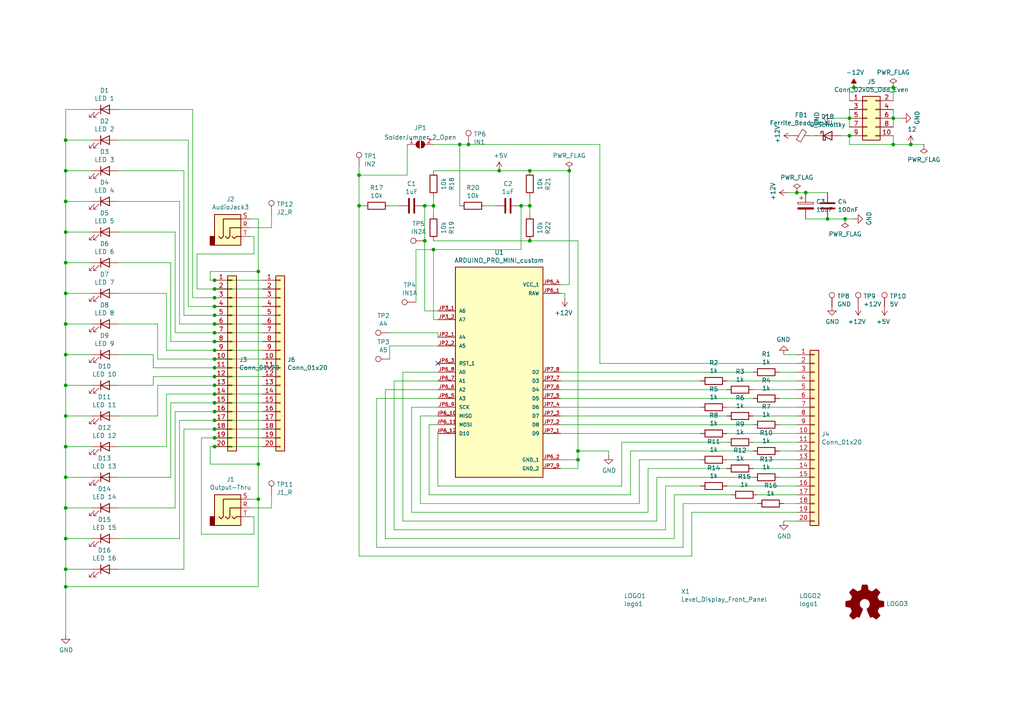
<source format=kicad_sch>
(kicad_sch (version 20211123) (generator eeschema)
  (paper "A4")
  (title_block (title "Level Display") (date "2022-02-06") (rev "2.0"))
  (lib_symbols
    (symbol "ArduinoProMini:ARDUINO_PRO_MINI_custom" (pin_names (offset 1.016))
      (property "Reference" "U" (at -12.7 31.75 0))
      (property "Value" "ARDUINO_PRO_MINI_custom" (at -12.7 -33.02 0))
      (symbol "ARDUINO_PRO_MINI_custom_0_0"
        (pin bidirectional line (at -17.78 10.16 0) (length 5.08) (name "A4") (number "JP2_1"))
        (pin bidirectional line (at -17.78 7.62 0) (length 5.08) (name "A5") (number "JP2_2"))
        (pin input line (at -17.78 17.78 0) (length 5.08) (name "A6") (number "JP3_1"))
        (pin input line (at -17.78 15.24 0) (length 5.08) (name "A7") (number "JP3_2"))
        (pin power_in line (at 17.78 22.86 180) (length 5.08) (name "RAW") (number "JP6_1"))
        (pin bidirectional line (at -17.78 -12.7 0) (length 5.08) (name "MISO") (number "JP6_10"))
        (pin bidirectional line (at -17.78 -15.24 0) (length 5.08) (name "MOSI") (number "JP6_11"))
        (pin bidirectional line (at -17.78 -17.78 0) (length 5.08) (name "D10") (number "JP6_12"))
        (pin power_in line (at 17.78 -25.4 180) (length 5.08) (name "GND_1") (number "JP6_2"))
        (pin input line (at -17.78 2.54 0) (length 5.08) (name "RST_1") (number "JP6_3"))
        (pin power_in line (at 17.78 25.4 180) (length 5.08) (name "VCC_1") (number "JP6_4"))
        (pin bidirectional line (at -17.78 -7.62 0) (length 5.08) (name "A3") (number "JP6_5"))
        (pin bidirectional line (at -17.78 -5.08 0) (length 5.08) (name "A2") (number "JP6_6"))
        (pin bidirectional line (at -17.78 -2.54 0) (length 5.08) (name "A1") (number "JP6_7"))
        (pin bidirectional line (at -17.78 0 0) (length 5.08) (name "A0") (number "JP6_8"))
        (pin bidirectional line (at -17.78 -10.16 0) (length 5.08) (name "SCK") (number "JP6_9"))
        (pin bidirectional line (at 17.78 -17.78 180) (length 5.08) (name "D9") (number "JP7_1"))
        (pin bidirectional line (at 17.78 -15.24 180) (length 5.08) (name "D8") (number "JP7_2"))
        (pin bidirectional line (at 17.78 -12.7 180) (length 5.08) (name "D7") (number "JP7_3"))
        (pin bidirectional line (at 17.78 -10.16 180) (length 5.08) (name "D6") (number "JP7_4"))
        (pin bidirectional line (at 17.78 -7.62 180) (length 5.08) (name "D5") (number "JP7_5"))
        (pin bidirectional line (at 17.78 -5.08 180) (length 5.08) (name "D4") (number "JP7_6"))
        (pin bidirectional line (at 17.78 -2.54 180) (length 5.08) (name "D3") (number "JP7_7"))
        (pin bidirectional line (at 17.78 0 180) (length 5.08) (name "D2") (number "JP7_8"))
        (pin power_in line (at 17.78 -27.94 180) (length 5.08) (name "GND_2") (number "JP7_9"))
      )
    )
    (symbol "Connector:AudioJack3"
      (property "Reference" "J" (at 0 8.89 0))
      (property "Value" "AudioJack3" (at 0 6.35 0))
      (symbol "AudioJack3_1_1"
        (pin passive line (at 5.08 0 180) (length 2.54) (name "~") (number "R"))
        (pin passive line (at 5.08 2.54 180) (length 2.54) (name "~") (number "S"))
        (pin passive line (at 5.08 -2.54 180) (length 2.54) (name "~") (number "T"))
      )
    )
    (symbol "Connector:TestPoint" (pin_numbers hide) (pin_names (offset 0.762) hide)
      (property "Reference" "TP" (at 0 6.858 0))
      (property "Value" "TestPoint" (at 0 5.08 0))
      (symbol "TestPoint_1_1"
        (pin passive line (at 0 0 90) (length 2.54) (name "1") (number "1"))
      )
    )
    (symbol "Connector_Generic:Conn_01x20" (pin_names (offset 1.016) hide)
      (property "Reference" "J" (at 0 25.4 0))
      (property "Value" "Conn_01x20" (at 0 -27.94 0))
      (symbol "Conn_01x20_1_1"
        (pin passive line (at -5.08 22.86 0) (length 3.81) (name "Pin_1") (number "1"))
        (pin passive line (at -5.08 0 0) (length 3.81) (name "Pin_10") (number "10"))
        (pin passive line (at -5.08 -2.54 0) (length 3.81) (name "Pin_11") (number "11"))
        (pin passive line (at -5.08 -5.08 0) (length 3.81) (name "Pin_12") (number "12"))
        (pin passive line (at -5.08 -7.62 0) (length 3.81) (name "Pin_13") (number "13"))
        (pin passive line (at -5.08 -10.16 0) (length 3.81) (name "Pin_14") (number "14"))
        (pin passive line (at -5.08 -12.7 0) (length 3.81) (name "Pin_15") (number "15"))
        (pin passive line (at -5.08 -15.24 0) (length 3.81) (name "Pin_16") (number "16"))
        (pin passive line (at -5.08 -17.78 0) (length 3.81) (name "Pin_17") (number "17"))
        (pin passive line (at -5.08 -20.32 0) (length 3.81) (name "Pin_18") (number "18"))
        (pin passive line (at -5.08 -22.86 0) (length 3.81) (name "Pin_19") (number "19"))
        (pin passive line (at -5.08 20.32 0) (length 3.81) (name "Pin_2") (number "2"))
        (pin passive line (at -5.08 -25.4 0) (length 3.81) (name "Pin_20") (number "20"))
        (pin passive line (at -5.08 17.78 0) (length 3.81) (name "Pin_3") (number "3"))
        (pin passive line (at -5.08 15.24 0) (length 3.81) (name "Pin_4") (number "4"))
        (pin passive line (at -5.08 12.7 0) (length 3.81) (name "Pin_5") (number "5"))
        (pin passive line (at -5.08 10.16 0) (length 3.81) (name "Pin_6") (number "6"))
        (pin passive line (at -5.08 7.62 0) (length 3.81) (name "Pin_7") (number "7"))
        (pin passive line (at -5.08 5.08 0) (length 3.81) (name "Pin_8") (number "8"))
        (pin passive line (at -5.08 2.54 0) (length 3.81) (name "Pin_9") (number "9"))
      )
    )
    (symbol "Connector_Generic:Conn_02x05_Odd_Even" (pin_names (offset 1.016) hide)
      (property "Reference" "J" (at 1.27 7.62 0))
      (property "Value" "Conn_02x05_Odd_Even" (at 1.27 -7.62 0))
      (symbol "Conn_02x05_Odd_Even_1_1"
        (pin passive line (at -5.08 5.08 0) (length 3.81) (name "Pin_1") (number "1"))
        (pin passive line (at 7.62 -5.08 180) (length 3.81) (name "Pin_10") (number "10"))
        (pin passive line (at 7.62 5.08 180) (length 3.81) (name "Pin_2") (number "2"))
        (pin passive line (at -5.08 2.54 0) (length 3.81) (name "Pin_3") (number "3"))
        (pin passive line (at 7.62 2.54 180) (length 3.81) (name "Pin_4") (number "4"))
        (pin passive line (at -5.08 0 0) (length 3.81) (name "Pin_5") (number "5"))
        (pin passive line (at 7.62 0 180) (length 3.81) (name "Pin_6") (number "6"))
        (pin passive line (at -5.08 -2.54 0) (length 3.81) (name "Pin_7") (number "7"))
        (pin passive line (at 7.62 -2.54 180) (length 3.81) (name "Pin_8") (number "8"))
        (pin passive line (at -5.08 -5.08 0) (length 3.81) (name "Pin_9") (number "9"))
      )
    )
    (symbol "Device:C" (pin_numbers hide) (pin_names (offset 0.254))
      (property "Reference" "C" (at 0.635 2.54 0))
      (property "Value" "C" (at 0.635 -2.54 0))
      (symbol "C_1_1"
        (pin passive line (at 0 3.81 270) (length 2.794) (name "~") (number "1"))
        (pin passive line (at 0 -3.81 90) (length 2.794) (name "~") (number "2"))
      )
    )
    (symbol "Device:C_Polarized" (pin_numbers hide) (pin_names (offset 0.254))
      (property "Reference" "C" (at 0.635 2.54 0))
      (property "Value" "C_Polarized" (at 0.635 -2.54 0))
      (symbol "C_Polarized_1_1"
        (pin passive line (at 0 3.81 270) (length 2.794) (name "~") (number "1"))
        (pin passive line (at 0 -3.81 90) (length 2.794) (name "~") (number "2"))
      )
    )
    (symbol "Device:D_Schottky" (pin_numbers hide) (pin_names (offset 1.016) hide)
      (property "Reference" "D" (at 0 2.54 0))
      (property "Value" "D_Schottky" (at 0 -2.54 0))
      (symbol "D_Schottky_1_1"
        (pin passive line (at -3.81 0 0) (length 2.54) (name "K") (number "1"))
        (pin passive line (at 3.81 0 180) (length 2.54) (name "A") (number "2"))
      )
    )
    (symbol "Device:FerriteBead_Small" (pin_numbers hide) (pin_names (offset 0))
      (property "Reference" "FB" (at 1.905 1.27 0))
      (property "Value" "FerriteBead_Small" (at 1.905 -1.27 0))
      (symbol "FerriteBead_Small_1_1"
        (pin passive line (at 0 2.54 270) (length 1.27) (name "~") (number "1"))
        (pin passive line (at 0 -2.54 90) (length 1.27) (name "~") (number "2"))
      )
    )
    (symbol "Device:LED" (pin_numbers hide) (pin_names (offset 1.016) hide)
      (property "Reference" "D" (at 0 2.54 0))
      (property "Value" "LED" (at 0 -2.54 0))
      (symbol "LED_1_1"
        (pin passive line (at -3.81 0 0) (length 2.54) (name "K") (number "1"))
        (pin passive line (at 3.81 0 180) (length 2.54) (name "A") (number "2"))
      )
    )
    (symbol "Device:R" (pin_numbers hide) (pin_names (offset 0))
      (property "Reference" "R" (at 2.032 0 90))
      (property "Value" "R" (at 0 0 90))
      (symbol "R_1_1"
        (pin passive line (at 0 3.81 270) (length 1.27) (name "~") (number "1"))
        (pin passive line (at 0 -3.81 90) (length 1.27) (name "~") (number "2"))
      )
    )
    (symbol "Jumper:SolderJumper_2_Open" (pin_names (offset 0) hide)
      (property "Reference" "JP" (at 0 2.032 0))
      (property "Value" "SolderJumper_2_Open" (at 0 -2.54 0))
      (symbol "SolderJumper_2_Open_1_1"
        (pin passive line (at -3.81 0 0) (length 2.54) (name "A") (number "1"))
        (pin passive line (at 3.81 0 180) (length 2.54) (name "B") (number "2"))
      )
    )
    (symbol "My Stuff:Logo_Open_Hardware_Small" (pin_names (offset 1.016))
      (property "Reference" "LOGO1" (at 0 6.985 0))
    )
    (symbol "My_Stuff:Level_Display_Front_Panel" (pin_numbers hide) (pin_names (offset 0) hide)
      (property "Reference" "X" (at 0 0 0))
      (property "Value" "Level_Display_Front_Panel" (at 0 0 0))
    )
    (symbol "My_Stuff:logo1" (pin_names (offset 1.016))
      (property "Reference" "LOGO" (at 0 -1.27 0))
      (property "Value" "logo1" (at 0 1.27 0))
    )
    (symbol "power:+12L" (power) (pin_names (offset 0))
      (property "Value" "+12L" (at 0 3.556 0))
      (symbol "+12L_1_1"
        (pin power_in line (at 0 0 90) (length 0) hide (name "+12L") (number "1"))
      )
    )
    (symbol "power:+12V" (power) (pin_names (offset 0))
      (property "Value" "+12V" (at 0 3.556 0))
      (symbol "+12V_1_1"
        (pin power_in line (at 0 0 90) (length 0) hide (name "+12V") (number "1"))
      )
    )
    (symbol "power:+5V" (power) (pin_names (offset 0))
      (property "Value" "+5V" (at 0 3.556 0))
      (symbol "+5V_1_1"
        (pin power_in line (at 0 0 90) (length 0) hide (name "+5V") (number "1"))
      )
    )
    (symbol "power:-12V" (power) (pin_names (offset 0))
      (property "Value" "-12V" (at 0 3.81 0))
      (symbol "-12V_0_0"
        (pin power_in line (at 0 0 90) (length 0) hide (name "-12V") (number "1"))
      )
    )
    (symbol "power:GND" (power) (pin_names (offset 0))
      (property "Value" "GND" (at 0 -3.81 0))
      (symbol "GND_1_1"
        (pin power_in line (at 0 0 270) (length 0) hide (name "GND") (number "1"))
      )
    )
    (symbol "power:PWR_FLAG" (power) (pin_numbers hide) (pin_names (offset 0) hide)
      (property "Value" "PWR_FLAG" (at 0 3.81 0))
      (symbol "PWR_FLAG_0_0"
        (pin power_out line (at 0 0 90) (length 0) (name "pwr") (number "1"))
      )
    )
  )
  (junction (at 19.05 165.1))
  (junction (at 62.23 124.46))
  (junction (at 19.05 58.42))
  (junction (at 62.23 104.14))
  (junction (at 123.19 59.69))
  (junction (at 19.05 40.64))
  (junction (at 62.23 88.9))
  (junction (at 165.1 49.53))
  (junction (at 62.23 86.36))
  (junction (at 19.05 120.65))
  (junction (at 259.08 25.4))
  (junction (at 153.67 49.53))
  (junction (at 62.23 119.38))
  (junction (at 153.67 59.69))
  (junction (at 264.16 41.91))
  (junction (at 74.93 144.78))
  (junction (at 135.89 41.91))
  (junction (at 62.23 101.6))
  (junction (at 62.23 81.28))
  (junction (at 123.19 69.85))
  (junction (at 62.23 96.52))
  (junction (at 259.08 34.29))
  (junction (at 246.38 39.37))
  (junction (at 62.23 127))
  (junction (at 19.05 76.2))
  (junction (at 74.93 134.62))
  (junction (at 62.23 114.3))
  (junction (at 167.64 133.35))
  (junction (at 19.05 111.76))
  (junction (at 62.23 129.54))
  (junction (at 240.03 63.5))
  (junction (at 62.23 116.84))
  (junction (at 125.73 72.39))
  (junction (at 104.14 50.8))
  (junction (at 104.14 59.69))
  (junction (at 245.11 63.5))
  (junction (at 62.23 106.68))
  (junction (at 19.05 129.54))
  (junction (at 246.38 34.29))
  (junction (at 19.05 156.21))
  (junction (at 19.05 170.18))
  (junction (at 233.68 55.88))
  (junction (at 19.05 93.98))
  (junction (at 19.05 67.31))
  (junction (at 62.23 91.44))
  (junction (at 153.67 69.85))
  (junction (at 144.78 49.53))
  (junction (at 259.08 41.91))
  (junction (at 19.05 102.87))
  (junction (at 62.23 83.82))
  (junction (at 19.05 138.43))
  (junction (at 247.65 25.4))
  (junction (at 231.14 55.88))
  (junction (at 62.23 99.06))
  (junction (at 125.73 59.69))
  (junction (at 62.23 111.76))
  (junction (at 151.13 59.69))
  (junction (at 19.05 85.09))
  (junction (at 167.64 130.81))
  (junction (at 19.05 49.53))
  (junction (at 19.05 147.32))
  (junction (at 62.23 121.92))
  (junction (at 133.35 41.91))
  (junction (at 62.23 109.22))
  (junction (at 74.93 78.74))
  (junction (at 62.23 93.98))
  (no_connect (at 127 105.41))
  (wire (pts (xy 19.05 120.65) (xy 19.05 111.76)))
  (wire (pts (xy 127 140.97) (xy 180.34 140.97)))
  (wire (pts (xy 127 125.73) (xy 127 140.97)))
  (wire (pts (xy 74.93 134.62) (xy 74.93 144.78)))
  (wire (pts (xy 48.26 114.3) (xy 62.23 114.3)))
  (wire (pts (xy 54.61 88.9) (xy 54.61 40.64)))
  (wire (pts (xy 19.05 76.2) (xy 26.67 76.2)))
  (wire (pts (xy 165.1 82.55) (xy 162.56 82.55)))
  (wire (pts (xy 259.08 29.21) (xy 259.08 25.4)))
  (wire (pts (xy 231.14 102.87) (xy 227.33 102.87)))
  (wire (pts (xy 167.64 130.81) (xy 176.53 130.81)))
  (wire (pts (xy 48.26 85.09) (xy 48.26 101.6)))
  (wire (pts (xy 125.73 72.39) (xy 151.13 72.39)))
  (wire (pts (xy 48.26 114.3) (xy 48.26 129.54)))
  (wire (pts (xy 123.19 69.85) (xy 123.19 59.69)))
  (wire (pts (xy 153.67 69.85) (xy 167.64 69.85)))
  (wire (pts (xy 49.53 99.06) (xy 49.53 76.2)))
  (wire (pts (xy 167.64 69.85) (xy 167.64 130.81)))
  (wire (pts (xy 120.65 72.39) (xy 125.73 72.39)))
  (wire (pts (xy 127 90.17) (xy 123.19 90.17)))
  (wire (pts (xy 182.88 143.51) (xy 182.88 130.81)))
  (wire (pts (xy 78.74 147.32) (xy 78.74 143.51)))
  (wire (pts (xy 62.23 99.06) (xy 76.2 99.06)))
  (wire (pts (xy 127 100.33) (xy 113.03 100.33)))
  (wire (pts (xy 34.29 40.64) (xy 54.61 40.64)))
  (wire (pts (xy 72.39 68.58) (xy 73.66 68.58)))
  (wire (pts (xy 113.03 100.33) (xy 113.03 104.14)))
  (wire (pts (xy 226.06 115.57) (xy 231.14 115.57)))
  (wire (pts (xy 231.14 151.13) (xy 227.33 151.13)))
  (wire (pts (xy 19.05 49.53) (xy 26.67 49.53)))
  (wire (pts (xy 135.89 41.91) (xy 173.99 41.91)))
  (wire (pts (xy 173.99 105.41) (xy 231.14 105.41)))
  (wire (pts (xy 49.53 138.43) (xy 49.53 116.84)))
  (wire (pts (xy 246.38 41.91) (xy 246.38 39.37)))
  (wire (pts (xy 50.8 96.52) (xy 62.23 96.52)))
  (wire (pts (xy 127 123.19) (xy 124.46 123.19)))
  (wire (pts (xy 19.05 170.18) (xy 19.05 184.15)))
  (wire (pts (xy 73.66 149.86) (xy 72.39 149.86)))
  (wire (pts (xy 104.14 59.69) (xy 104.14 161.29)))
  (wire (pts (xy 182.88 130.81) (xy 218.44 130.81)))
  (wire (pts (xy 109.22 115.57) (xy 127 115.57)))
  (wire (pts (xy 19.05 85.09) (xy 26.67 85.09)))
  (wire (pts (xy 73.66 73.66) (xy 57.15 73.66)))
  (wire (pts (xy 124.46 143.51) (xy 182.88 143.51)))
  (wire (pts (xy 125.73 92.71) (xy 125.73 72.39)))
  (wire (pts (xy 19.05 156.21) (xy 19.05 147.32)))
  (wire (pts (xy 34.29 67.31) (xy 50.8 67.31)))
  (wire (pts (xy 162.56 113.03) (xy 210.82 113.03)))
  (wire (pts (xy 73.66 154.94) (xy 58.42 154.94)))
  (wire (pts (xy 162.56 125.73) (xy 203.2 125.73)))
  (wire (pts (xy 50.8 119.38) (xy 62.23 119.38)))
  (wire (pts (xy 60.96 81.28) (xy 60.96 78.74)))
  (wire (pts (xy 62.23 83.82) (xy 76.2 83.82)))
  (wire (pts (xy 151.13 59.69) (xy 153.67 59.69)))
  (wire (pts (xy 19.05 120.65) (xy 26.67 120.65)))
  (wire (pts (xy 218.44 113.03) (xy 231.14 113.03)))
  (wire (pts (xy 165.1 49.53) (xy 165.1 82.55)))
  (wire (pts (xy 246.38 31.75) (xy 246.38 34.29)))
  (wire (pts (xy 127 96.52) (xy 127 97.79)))
  (wire (pts (xy 52.07 121.92) (xy 62.23 121.92)))
  (wire (pts (xy 72.39 63.5) (xy 74.93 63.5)))
  (wire (pts (xy 50.8 67.31) (xy 50.8 96.52)))
  (wire (pts (xy 74.93 78.74) (xy 74.93 134.62)))
  (wire (pts (xy 167.64 135.89) (xy 167.64 133.35)))
  (wire (pts (xy 125.73 69.85) (xy 153.67 69.85)))
  (wire (pts (xy 162.56 110.49) (xy 203.2 110.49)))
  (wire (pts (xy 57.15 83.82) (xy 57.15 73.66)))
  (wire (pts (xy 125.73 49.53) (xy 144.78 49.53)))
  (wire (pts (xy 50.8 119.38) (xy 50.8 147.32)))
  (wire (pts (xy 104.14 48.26) (xy 104.14 50.8)))
  (wire (pts (xy 121.92 120.65) (xy 127 120.65)))
  (wire (pts (xy 198.12 146.05) (xy 198.12 158.75)))
  (wire (pts (xy 57.15 83.82) (xy 62.23 83.82)))
  (wire (pts (xy 210.82 128.27) (xy 180.34 128.27)))
  (wire (pts (xy 119.38 118.11) (xy 127 118.11)))
  (wire (pts (xy 111.76 113.03) (xy 111.76 156.21)))
  (wire (pts (xy 19.05 156.21) (xy 26.67 156.21)))
  (wire (pts (xy 153.67 57.15) (xy 153.67 59.69)))
  (wire (pts (xy 19.05 147.32) (xy 26.67 147.32)))
  (wire (pts (xy 193.04 153.67) (xy 114.3 153.67)))
  (wire (pts (xy 259.08 31.75) (xy 259.08 34.29)))
  (wire (pts (xy 76.2 101.6) (xy 62.23 101.6)))
  (wire (pts (xy 240.03 63.5) (xy 245.11 63.5)))
  (wire (pts (xy 62.23 81.28) (xy 60.96 81.28)))
  (wire (pts (xy 19.05 170.18) (xy 74.93 170.18)))
  (wire (pts (xy 52.07 93.98) (xy 62.23 93.98)))
  (wire (pts (xy 19.05 58.42) (xy 19.05 49.53)))
  (wire (pts (xy 62.23 93.98) (xy 76.2 93.98)))
  (wire (pts (xy 19.05 102.87) (xy 19.05 93.98)))
  (wire (pts (xy 127 107.95) (xy 116.84 107.95)))
  (wire (pts (xy 76.2 91.44) (xy 62.23 91.44)))
  (wire (pts (xy 34.29 138.43) (xy 49.53 138.43)))
  (wire (pts (xy 121.92 146.05) (xy 121.92 120.65)))
  (wire (pts (xy 62.23 114.3) (xy 76.2 114.3)))
  (wire (pts (xy 246.38 34.29) (xy 246.38 36.83)))
  (wire (pts (xy 233.68 63.5) (xy 240.03 63.5)))
  (wire (pts (xy 34.29 120.65) (xy 45.72 120.65)))
  (wire (pts (xy 19.05 165.1) (xy 19.05 156.21)))
  (wire (pts (xy 247.65 25.4) (xy 246.38 25.4)))
  (wire (pts (xy 125.73 57.15) (xy 125.73 59.69)))
  (wire (pts (xy 19.05 93.98) (xy 19.05 85.09)))
  (wire (pts (xy 121.92 146.05) (xy 185.42 146.05)))
  (wire (pts (xy 55.88 86.36) (xy 62.23 86.36)))
  (wire (pts (xy 76.2 86.36) (xy 62.23 86.36)))
  (wire (pts (xy 19.05 102.87) (xy 26.67 102.87)))
  (wire (pts (xy 267.97 41.91) (xy 264.16 41.91)))
  (wire (pts (xy 34.29 49.53) (xy 53.34 49.53)))
  (wire (pts (xy 193.04 140.97) (xy 193.04 153.67)))
  (wire (pts (xy 119.38 148.59) (xy 119.38 118.11)))
  (wire (pts (xy 19.05 165.1) (xy 19.05 170.18)))
  (wire (pts (xy 210.82 110.49) (xy 231.14 110.49)))
  (wire (pts (xy 62.23 104.14) (xy 76.2 104.14)))
  (wire (pts (xy 34.29 31.75) (xy 55.88 31.75)))
  (wire (pts (xy 185.42 133.35) (xy 185.42 146.05)))
  (wire (pts (xy 19.05 40.64) (xy 19.05 31.75)))
  (wire (pts (xy 58.42 127) (xy 62.23 127)))
  (wire (pts (xy 259.08 41.91) (xy 246.38 41.91)))
  (wire (pts (xy 190.5 138.43) (xy 218.44 138.43)))
  (wire (pts (xy 74.93 134.62) (xy 60.96 134.62)))
  (wire (pts (xy 76.2 121.92) (xy 62.23 121.92)))
  (wire (pts (xy 44.45 102.87) (xy 44.45 106.68)))
  (wire (pts (xy 246.38 25.4) (xy 246.38 29.21)))
  (wire (pts (xy 153.67 59.69) (xy 153.67 62.23)))
  (wire (pts (xy 231.14 55.88) (xy 228.6 55.88)))
  (wire (pts (xy 19.05 129.54) (xy 19.05 120.65)))
  (wire (pts (xy 48.26 101.6) (xy 62.23 101.6)))
  (wire (pts (xy 226.06 123.19) (xy 231.14 123.19)))
  (wire (pts (xy 76.2 106.68) (xy 62.23 106.68)))
  (wire (pts (xy 114.3 153.67) (xy 114.3 110.49)))
  (wire (pts (xy 19.05 147.32) (xy 19.05 138.43)))
  (wire (pts (xy 62.23 88.9) (xy 76.2 88.9)))
  (wire (pts (xy 162.56 123.19) (xy 218.44 123.19)))
  (wire (pts (xy 140.97 59.69) (xy 143.51 59.69)))
  (wire (pts (xy 200.66 161.29) (xy 104.14 161.29)))
  (wire (pts (xy 127 113.03) (xy 111.76 113.03)))
  (wire (pts (xy 190.5 138.43) (xy 190.5 151.13)))
  (wire (pts (xy 109.22 158.75) (xy 198.12 158.75)))
  (wire (pts (xy 125.73 41.91) (xy 133.35 41.91)))
  (wire (pts (xy 73.66 68.58) (xy 73.66 73.66)))
  (wire (pts (xy 73.66 149.86) (xy 73.66 154.94)))
  (wire (pts (xy 19.05 76.2) (xy 19.05 67.31)))
  (wire (pts (xy 72.39 147.32) (xy 78.74 147.32)))
  (wire (pts (xy 234.95 39.37) (xy 236.22 39.37)))
  (wire (pts (xy 123.19 59.69) (xy 125.73 59.69)))
  (wire (pts (xy 76.2 81.28) (xy 62.23 81.28)))
  (wire (pts (xy 180.34 128.27) (xy 180.34 140.97)))
  (wire (pts (xy 167.64 133.35) (xy 167.64 130.81)))
  (wire (pts (xy 19.05 49.53) (xy 19.05 40.64)))
  (wire (pts (xy 227.33 146.05) (xy 231.14 146.05)))
  (wire (pts (xy 53.34 91.44) (xy 62.23 91.44)))
  (wire (pts (xy 246.38 34.29) (xy 241.3 34.29)))
  (wire (pts (xy 34.29 76.2) (xy 49.53 76.2)))
  (wire (pts (xy 62.23 127) (xy 76.2 127)))
  (wire (pts (xy 162.56 107.95) (xy 218.44 107.95)))
  (wire (pts (xy 62.23 116.84) (xy 76.2 116.84)))
  (wire (pts (xy 259.08 25.4) (xy 247.65 25.4)))
  (wire (pts (xy 118.11 41.91) (xy 118.11 50.8)))
  (wire (pts (xy 19.05 85.09) (xy 19.05 76.2)))
  (wire (pts (xy 245.11 63.5) (xy 247.65 63.5)))
  (wire (pts (xy 218.44 120.65) (xy 231.14 120.65)))
  (wire (pts (xy 226.06 130.81) (xy 231.14 130.81)))
  (wire (pts (xy 114.3 110.49) (xy 127 110.49)))
  (wire (pts (xy 144.78 49.53) (xy 153.67 49.53)))
  (wire (pts (xy 203.2 140.97) (xy 193.04 140.97)))
  (wire (pts (xy 104.14 50.8) (xy 104.14 59.69)))
  (wire (pts (xy 116.84 107.95) (xy 116.84 151.13)))
  (wire (pts (xy 162.56 118.11) (xy 203.2 118.11)))
  (wire (pts (xy 34.29 93.98) (xy 45.72 93.98)))
  (wire (pts (xy 195.58 143.51) (xy 195.58 156.21)))
  (wire (pts (xy 162.56 85.09) (xy 163.83 85.09)))
  (wire (pts (xy 226.06 138.43) (xy 231.14 138.43)))
  (wire (pts (xy 19.05 138.43) (xy 26.67 138.43)))
  (wire (pts (xy 187.96 135.89) (xy 187.96 148.59)))
  (wire (pts (xy 52.07 121.92) (xy 52.07 156.21)))
  (wire (pts (xy 124.46 123.19) (xy 124.46 143.51)))
  (wire (pts (xy 104.14 50.8) (xy 118.11 50.8)))
  (wire (pts (xy 19.05 67.31) (xy 26.67 67.31)))
  (wire (pts (xy 34.29 102.87) (xy 44.45 102.87)))
  (wire (pts (xy 210.82 140.97) (xy 231.14 140.97)))
  (wire (pts (xy 264.16 41.91) (xy 259.08 41.91)))
  (wire (pts (xy 76.2 109.22) (xy 62.23 109.22)))
  (wire (pts (xy 55.88 31.75) (xy 55.88 86.36)))
  (wire (pts (xy 52.07 93.98) (xy 52.07 58.42)))
  (wire (pts (xy 72.39 144.78) (xy 74.93 144.78)))
  (wire (pts (xy 53.34 49.53) (xy 53.34 91.44)))
  (wire (pts (xy 153.67 49.53) (xy 165.1 49.53)))
  (wire (pts (xy 34.29 156.21) (xy 52.07 156.21)))
  (wire (pts (xy 19.05 129.54) (xy 26.67 129.54)))
  (wire (pts (xy 74.93 78.74) (xy 74.93 63.5)))
  (wire (pts (xy 210.82 135.89) (xy 187.96 135.89)))
  (wire (pts (xy 259.08 34.29) (xy 259.08 36.83)))
  (wire (pts (xy 173.99 41.91) (xy 173.99 105.41)))
  (wire (pts (xy 60.96 78.74) (xy 74.93 78.74)))
  (wire (pts (xy 105.41 59.69) (xy 104.14 59.69)))
  (wire (pts (xy 200.66 148.59) (xy 200.66 161.29)))
  (wire (pts (xy 54.61 88.9) (xy 62.23 88.9)))
  (wire (pts (xy 125.73 59.69) (xy 125.73 62.23)))
  (wire (pts (xy 176.53 130.81) (xy 176.53 132.08)))
  (wire (pts (xy 133.35 41.91) (xy 133.35 59.69)))
  (wire (pts (xy 53.34 124.46) (xy 53.34 165.1)))
  (wire (pts (xy 44.45 109.22) (xy 62.23 109.22)))
  (wire (pts (xy 49.53 116.84) (xy 62.23 116.84)))
  (wire (pts (xy 78.74 66.04) (xy 78.74 62.23)))
  (wire (pts (xy 19.05 111.76) (xy 26.67 111.76)))
  (wire (pts (xy 60.96 129.54) (xy 62.23 129.54)))
  (wire (pts (xy 210.82 118.11) (xy 231.14 118.11)))
  (wire (pts (xy 163.83 86.36) (xy 163.83 85.09)))
  (wire (pts (xy 45.72 120.65) (xy 45.72 111.76)))
  (wire (pts (xy 19.05 165.1) (xy 26.67 165.1)))
  (wire (pts (xy 231.14 148.59) (xy 200.66 148.59)))
  (wire (pts (xy 162.56 135.89) (xy 167.64 135.89)))
  (wire (pts (xy 44.45 106.68) (xy 62.23 106.68)))
  (wire (pts (xy 259.08 39.37) (xy 259.08 41.91)))
  (wire (pts (xy 127 92.71) (xy 125.73 92.71)))
  (wire (pts (xy 259.08 34.29) (xy 261.62 34.29)))
  (wire (pts (xy 34.29 111.76) (xy 44.45 111.76)))
  (wire (pts (xy 162.56 115.57) (xy 218.44 115.57)))
  (wire (pts (xy 109.22 115.57) (xy 109.22 158.75)))
  (wire (pts (xy 76.2 111.76) (xy 62.23 111.76)))
  (wire (pts (xy 219.71 143.51) (xy 231.14 143.51)))
  (wire (pts (xy 210.82 133.35) (xy 231.14 133.35)))
  (wire (pts (xy 246.38 39.37) (xy 243.84 39.37)))
  (wire (pts (xy 45.72 104.14) (xy 45.72 93.98)))
  (wire (pts (xy 195.58 156.21) (xy 111.76 156.21)))
  (wire (pts (xy 135.89 41.91) (xy 133.35 41.91)))
  (wire (pts (xy 162.56 120.65) (xy 210.82 120.65)))
  (wire (pts (xy 19.05 67.31) (xy 19.05 58.42)))
  (wire (pts (xy 19.05 40.64) (xy 26.67 40.64)))
  (wire (pts (xy 162.56 133.35) (xy 167.64 133.35)))
  (wire (pts (xy 74.93 144.78) (xy 74.93 170.18)))
  (wire (pts (xy 19.05 93.98) (xy 26.67 93.98)))
  (wire (pts (xy 34.29 129.54) (xy 48.26 129.54)))
  (wire (pts (xy 49.53 99.06) (xy 62.23 99.06)))
  (wire (pts (xy 53.34 124.46) (xy 62.23 124.46)))
  (wire (pts (xy 19.05 31.75) (xy 26.67 31.75)))
  (wire (pts (xy 185.42 133.35) (xy 203.2 133.35)))
  (wire (pts (xy 72.39 66.04) (xy 78.74 66.04)))
  (wire (pts (xy 113.03 96.52) (xy 127 96.52)))
  (wire (pts (xy 116.84 151.13) (xy 190.5 151.13)))
  (wire (pts (xy 210.82 125.73) (xy 231.14 125.73)))
  (wire (pts (xy 218.44 128.27) (xy 231.14 128.27)))
  (wire (pts (xy 44.45 109.22) (xy 44.45 111.76)))
  (wire (pts (xy 34.29 85.09) (xy 48.26 85.09)))
  (wire (pts (xy 218.44 135.89) (xy 231.14 135.89)))
  (wire (pts (xy 151.13 59.69) (xy 151.13 72.39)))
  (wire (pts (xy 123.19 90.17) (xy 123.19 69.85)))
  (wire (pts (xy 34.29 165.1) (xy 53.34 165.1)))
  (wire (pts (xy 62.23 119.38) (xy 76.2 119.38)))
  (wire (pts (xy 19.05 111.76) (xy 19.05 102.87)))
  (wire (pts (xy 233.68 55.88) (xy 231.14 55.88)))
  (wire (pts (xy 60.96 134.62) (xy 60.96 129.54)))
  (wire (pts (xy 219.71 146.05) (xy 198.12 146.05)))
  (wire (pts (xy 62.23 124.46) (xy 76.2 124.46)))
  (wire (pts (xy 19.05 138.43) (xy 19.05 129.54)))
  (wire (pts (xy 226.06 107.95) (xy 231.14 107.95)))
  (wire (pts (xy 62.23 129.54) (xy 76.2 129.54)))
  (wire (pts (xy 120.65 72.39) (xy 120.65 87.63)))
  (wire (pts (xy 76.2 96.52) (xy 62.23 96.52)))
  (wire (pts (xy 58.42 154.94) (xy 58.42 127)))
  (wire (pts (xy 19.05 58.42) (xy 26.67 58.42)))
  (wire (pts (xy 45.72 111.76) (xy 62.23 111.76)))
  (wire (pts (xy 34.29 147.32) (xy 50.8 147.32)))
  (wire (pts (xy 45.72 104.14) (xy 62.23 104.14)))
  (wire (pts (xy 113.03 59.69) (xy 115.57 59.69)))
  (wire (pts (xy 187.96 148.59) (xy 119.38 148.59)))
  (wire (pts (xy 34.29 58.42) (xy 52.07 58.42)))
  (wire (pts (xy 212.09 143.51) (xy 195.58 143.51)))
  (wire (pts (xy 240.03 55.88) (xy 233.68 55.88)))
  (symbol (lib_id "Device:LED") (at 30.48 31.75 0) (unit 1)
    (property "Reference" "D1" (at 30.3022 26.2382 0))
    (property "Value" "LED 1" (at 30.3022 28.5496 0))
    (property "Footprint" "My Stuff:LED_D3.0mm" (effects hide))
  )
  (symbol (lib_id "Device:LED") (at 30.48 40.64 0) (unit 1)
    (property "Reference" "D2" (at 30.3022 35.1282 0))
    (property "Value" "LED 2" (at 30.3022 37.4396 0))
    (property "Footprint" "My Stuff:LED_D3.0mm" (effects hide))
  )
  (symbol (lib_id "Device:LED") (at 30.48 49.53 0) (unit 1)
    (property "Reference" "D3" (at 30.3022 44.0182 0))
    (property "Value" "LED 3" (at 30.3022 46.3296 0))
    (property "Footprint" "My Stuff:LED_D3.0mm" (effects hide))
  )
  (symbol (lib_id "Device:R") (at 222.25 107.95 270) (unit 1)
    (property "Reference" "R1" (at 222.25 102.6922 90))
    (property "Value" "1k" (at 222.25 105.0036 90))
    (property "Footprint" "Resistor_THT:R_Axial_DIN0204_L3.6mm_D1.6mm_P7.62mm_Horizontal" (effects hide))
  )
  (symbol (lib_id "Device:R") (at 207.01 110.49 270) (unit 1)
    (property "Reference" "R2" (at 207.01 105.2322 90))
    (property "Value" "1k" (at 207.01 107.5436 90))
    (property "Footprint" "Resistor_THT:R_Axial_DIN0204_L3.6mm_D1.6mm_P7.62mm_Horizontal" (effects hide))
  )
  (symbol (lib_id "Device:R") (at 214.63 113.03 270) (unit 1)
    (property "Reference" "R3" (at 214.63 107.7722 90))
    (property "Value" "1k" (at 214.63 110.0836 90))
    (property "Footprint" "Resistor_THT:R_Axial_DIN0204_L3.6mm_D1.6mm_P7.62mm_Horizontal" (effects hide))
  )
  (symbol (lib_id "power:GND") (at 19.05 184.15 0) (unit 1)
    (property "Reference" "#PWR01" (effects hide))
    (property "Value" "GND" (at 19.177 188.5442 0))
  )
  (symbol (lib_id "Device:R") (at 222.25 115.57 270) (unit 1)
    (property "Reference" "R4" (at 222.25 110.3122 90))
    (property "Value" "1k" (at 222.25 112.6236 90))
    (property "Footprint" "Resistor_THT:R_Axial_DIN0204_L3.6mm_D1.6mm_P7.62mm_Horizontal" (effects hide))
  )
  (symbol (lib_id "Device:R") (at 207.01 118.11 270) (unit 1)
    (property "Reference" "R5" (at 207.01 112.8522 90))
    (property "Value" "1k" (at 207.01 115.1636 90))
    (property "Footprint" "Resistor_THT:R_Axial_DIN0204_L3.6mm_D1.6mm_P7.62mm_Horizontal" (effects hide))
  )
  (symbol (lib_id "Device:R") (at 214.63 120.65 270) (unit 1)
    (property "Reference" "R6" (at 214.63 115.3922 90))
    (property "Value" "1k" (at 214.63 117.7036 90))
    (property "Footprint" "Resistor_THT:R_Axial_DIN0204_L3.6mm_D1.6mm_P7.62mm_Horizontal" (effects hide))
  )
  (symbol (lib_id "Device:R") (at 222.25 123.19 270) (unit 1)
    (property "Reference" "R7" (at 222.25 117.9322 90))
    (property "Value" "1k" (at 222.25 120.2436 90))
    (property "Footprint" "Resistor_THT:R_Axial_DIN0204_L3.6mm_D1.6mm_P7.62mm_Horizontal" (effects hide))
  )
  (symbol (lib_id "Device:R") (at 207.01 125.73 270) (unit 1)
    (property "Reference" "R8" (at 207.01 120.4722 90))
    (property "Value" "1k" (at 207.01 122.7836 90))
    (property "Footprint" "Resistor_THT:R_Axial_DIN0204_L3.6mm_D1.6mm_P7.62mm_Horizontal" (effects hide))
  )
  (symbol (lib_id "Device:R") (at 214.63 128.27 270) (unit 1)
    (property "Reference" "R9" (at 214.63 123.0122 90))
    (property "Value" "1k" (at 214.63 125.3236 90))
    (property "Footprint" "Resistor_THT:R_Axial_DIN0204_L3.6mm_D1.6mm_P7.62mm_Horizontal" (effects hide))
  )
  (symbol (lib_id "Device:R") (at 222.25 130.81 270) (unit 1)
    (property "Reference" "R10" (at 222.25 125.5522 90))
    (property "Value" "1k" (at 222.25 127.8636 90))
    (property "Footprint" "Resistor_THT:R_Axial_DIN0204_L3.6mm_D1.6mm_P7.62mm_Horizontal" (effects hide))
  )
  (symbol (lib_id "Device:R") (at 207.01 133.35 270) (unit 1)
    (property "Reference" "R11" (at 207.01 128.0922 90))
    (property "Value" "1k" (at 207.01 130.4036 90))
    (property "Footprint" "Resistor_THT:R_Axial_DIN0204_L3.6mm_D1.6mm_P7.62mm_Horizontal" (effects hide))
  )
  (symbol (lib_id "Device:R") (at 214.63 135.89 270) (unit 1)
    (property "Reference" "R12" (at 214.63 130.6322 90))
    (property "Value" "1k" (at 214.63 132.9436 90))
    (property "Footprint" "Resistor_THT:R_Axial_DIN0204_L3.6mm_D1.6mm_P7.62mm_Horizontal" (effects hide))
  )
  (symbol (lib_id "Device:R") (at 222.25 138.43 270) (unit 1)
    (property "Reference" "R13" (at 222.25 133.1722 90))
    (property "Value" "1k" (at 222.25 135.4836 90))
    (property "Footprint" "Resistor_THT:R_Axial_DIN0204_L3.6mm_D1.6mm_P7.62mm_Horizontal" (effects hide))
  )
  (symbol (lib_id "Device:R") (at 207.01 140.97 270) (unit 1)
    (property "Reference" "R14" (at 207.01 135.7122 90))
    (property "Value" "1k" (at 207.01 138.0236 90))
    (property "Footprint" "Resistor_THT:R_Axial_DIN0204_L3.6mm_D1.6mm_P7.62mm_Horizontal" (effects hide))
  )
  (symbol (lib_id "Device:R") (at 215.9 143.51 270) (unit 1)
    (property "Reference" "R15" (at 215.9 138.2522 90))
    (property "Value" "1k" (at 215.9 140.5636 90))
    (property "Footprint" "Resistor_THT:R_Axial_DIN0204_L3.6mm_D1.6mm_P7.62mm_Horizontal" (effects hide))
  )
  (symbol (lib_id "Device:R") (at 223.52 146.05 270) (unit 1)
    (property "Reference" "R16" (at 223.52 140.7922 90))
    (property "Value" "1k" (at 223.52 143.1036 90))
    (property "Footprint" "Resistor_THT:R_Axial_DIN0204_L3.6mm_D1.6mm_P7.62mm_Horizontal" (effects hide))
  )
  (symbol (lib_id "Device:LED") (at 30.48 58.42 0) (unit 1)
    (property "Reference" "D4" (at 30.3022 52.9082 0))
    (property "Value" "LED 4" (at 30.3022 55.2196 0))
    (property "Footprint" "My Stuff:LED_D3.0mm" (effects hide))
  )
  (symbol (lib_id "Device:LED") (at 30.48 67.31 0) (unit 1)
    (property "Reference" "D5" (at 30.3022 61.7982 0))
    (property "Value" "LED 5" (at 30.3022 64.1096 0))
    (property "Footprint" "My Stuff:LED_D3.0mm" (effects hide))
  )
  (symbol (lib_id "Device:LED") (at 30.48 76.2 0) (unit 1)
    (property "Reference" "D6" (at 30.3022 70.6882 0))
    (property "Value" "LED 6" (at 30.3022 72.9996 0))
    (property "Footprint" "My Stuff:LED_D3.0mm" (effects hide))
  )
  (symbol (lib_id "Device:LED") (at 30.48 85.09 0) (unit 1)
    (property "Reference" "D7" (at 30.3022 79.5782 0))
    (property "Value" "LED 7" (at 30.3022 81.8896 0))
    (property "Footprint" "My Stuff:LED_D3.0mm" (effects hide))
  )
  (symbol (lib_id "Device:LED") (at 30.48 93.98 0) (unit 1)
    (property "Reference" "D8" (at 30.3022 88.4682 0))
    (property "Value" "LED 8" (at 30.3022 90.7796 0))
    (property "Footprint" "My Stuff:LED_D3.0mm" (effects hide))
  )
  (symbol (lib_id "Device:LED") (at 30.48 102.87 0) (unit 1)
    (property "Reference" "D9" (at 30.3022 97.3582 0))
    (property "Value" "LED 9" (at 30.3022 99.6696 0))
    (property "Footprint" "My Stuff:LED_D3.0mm" (effects hide))
  )
  (symbol (lib_id "Device:LED") (at 30.48 111.76 0) (unit 1)
    (property "Reference" "D10" (at 30.3022 106.2482 0))
    (property "Value" "LED 10" (at 30.3022 108.5596 0))
    (property "Footprint" "My Stuff:LED_D3.0mm" (effects hide))
  )
  (symbol (lib_id "Device:LED") (at 30.48 120.65 0) (unit 1)
    (property "Reference" "D11" (at 30.3022 115.1382 0))
    (property "Value" "LED 11" (at 30.3022 117.4496 0))
    (property "Footprint" "My Stuff:LED_D3.0mm" (effects hide))
  )
  (symbol (lib_id "Device:LED") (at 30.48 129.54 0) (unit 1)
    (property "Reference" "D12" (at 30.3022 124.0282 0))
    (property "Value" "LED 12" (at 30.3022 126.3396 0))
    (property "Footprint" "My Stuff:LED_D3.0mm" (effects hide))
  )
  (symbol (lib_id "Device:LED") (at 30.48 138.43 0) (unit 1)
    (property "Reference" "D13" (at 30.3022 132.9182 0))
    (property "Value" "LED 13" (at 30.3022 135.2296 0))
    (property "Footprint" "My Stuff:LED_D3.0mm" (effects hide))
  )
  (symbol (lib_id "Device:LED") (at 30.48 147.32 0) (unit 1)
    (property "Reference" "D14" (at 30.3022 141.8082 0))
    (property "Value" "LED 14" (at 30.3022 144.1196 0))
    (property "Footprint" "My Stuff:LED_D3.0mm" (effects hide))
  )
  (symbol (lib_id "Device:LED") (at 30.48 156.21 0) (unit 1)
    (property "Reference" "D15" (at 30.3022 150.6982 0))
    (property "Value" "LED 15" (at 30.3022 153.0096 0))
    (property "Footprint" "My Stuff:LED_D3.0mm" (effects hide))
  )
  (symbol (lib_id "Device:LED") (at 30.48 165.1 0) (unit 1)
    (property "Reference" "D16" (at 30.3022 159.5882 0))
    (property "Value" "LED 16" (at 30.3022 161.8996 0))
    (property "Footprint" "My Stuff:LED_D3.0mm" (effects hide))
  )
  (symbol (lib_id "Connector_Generic:Conn_01x20") (at 67.31 104.14 0) (unit 1)
    (property "Reference" "J3" (at 69.342 104.3432 0) (effects (justify left)))
    (property "Value" "Conn_01x20" (at 69.342 106.6546 0) (effects (justify left)))
    (property "Footprint" "Connector_PinHeader_2.54mm:PinHeader_1x20_P2.54mm_Vertical" (effects hide))
  )
  (symbol (lib_id "Connector:AudioJack3") (at 67.31 66.04 0) (unit 1)
    (property "Reference" "J2" (at 66.8528 57.785 0))
    (property "Value" "AudioJack3" (at 66.8528 60.0964 0))
    (property "Footprint" "My Stuff:Jack_2.5mm_MJ-355W_Vertical" (effects hide))
  )
  (symbol (lib_id "Connector:AudioJack3") (at 67.31 147.32 0) (unit 1)
    (property "Reference" "J1" (at 66.8528 139.065 0))
    (property "Value" "Output-Thru" (at 66.8528 141.3764 0))
    (property "Footprint" "My Stuff:Jack_2.5mm_MJ-355W_Vertical" (effects hide))
  )
  (symbol (lib_id "My_Stuff:Level_Display_Front_Panel") (at 196.85 172.72 0) (unit 1)
    (property "Reference" "X1" (at 197.485 171.5516 0) (effects (justify left)))
    (property "Value" "Level_Display_Front_Panel" (at 197.485 173.863 0) (effects (justify left)))
    (property "Footprint" "My Stuff:Level_Display_Front_Panel" (effects hide))
  )
  (symbol (lib_id "My_Stuff:logo1") (at 231.14 173.99 0) (unit 1)
    (property "Reference" "LOGO2" (at 231.775 172.8216 0) (effects (justify left)))
    (property "Value" "logo1" (at 231.775 175.133 0) (effects (justify left)))
    (property "Footprint" "My Stuff:Logo1" (effects hide))
  )
  (symbol (lib_id "Connector_Generic:Conn_01x20") (at 236.22 125.73 0) (unit 1)
    (property "Reference" "J4" (at 238.252 125.9332 0) (effects (justify left)))
    (property "Value" "Conn_01x20" (at 238.252 128.2446 0) (effects (justify left)))
    (property "Footprint" "My Stuff:PinSocket_1x20_P2.54mm_Horizontal" (effects hide))
  )
  (symbol (lib_id "Device:R") (at 125.73 53.34 180) (unit 1)
    (property "Reference" "R18" (at 130.9878 53.34 90))
    (property "Value" "10k" (at 128.6764 53.34 90))
    (property "Footprint" "Resistor_THT:R_Axial_DIN0204_L3.6mm_D1.6mm_P7.62mm_Horizontal" (effects hide))
  )
  (symbol (lib_id "Device:R") (at 125.73 66.04 180) (unit 1)
    (property "Reference" "R19" (at 130.9878 66.04 90))
    (property "Value" "10k" (at 128.6764 66.04 90))
    (property "Footprint" "Resistor_THT:R_Axial_DIN0204_L3.6mm_D1.6mm_P7.62mm_Horizontal" (effects hide))
  )
  (symbol (lib_id "Device:R") (at 109.22 59.69 270) (unit 1)
    (property "Reference" "R17" (at 109.22 54.4322 90))
    (property "Value" "10k" (at 109.22 56.7436 90))
    (property "Footprint" "Resistor_THT:R_Axial_DIN0204_L3.6mm_D1.6mm_P7.62mm_Horizontal" (effects hide))
  )
  (symbol (lib_id "Device:C") (at 119.38 59.69 270) (unit 1)
    (property "Reference" "C1" (at 119.38 53.2892 90))
    (property "Value" "1uF" (at 119.38 55.6006 90))
    (property "Footprint" "Capacitor_THT:C_Disc_D6.0mm_W4.4mm_P5.00mm" (effects hide))
  )
  (symbol (lib_id "Device:R") (at 153.67 53.34 180) (unit 1)
    (property "Reference" "R21" (at 158.9278 53.34 90))
    (property "Value" "10k" (at 156.6164 53.34 90))
    (property "Footprint" "Resistor_THT:R_Axial_DIN0204_L3.6mm_D1.6mm_P7.62mm_Horizontal" (effects hide))
  )
  (symbol (lib_id "Device:R") (at 153.67 66.04 180) (unit 1)
    (property "Reference" "R22" (at 158.9278 66.04 90))
    (property "Value" "10k" (at 156.6164 66.04 90))
    (property "Footprint" "Resistor_THT:R_Axial_DIN0204_L3.6mm_D1.6mm_P7.62mm_Horizontal" (effects hide))
  )
  (symbol (lib_id "Device:R") (at 137.16 59.69 270) (unit 1)
    (property "Reference" "R20" (at 137.16 54.4322 90))
    (property "Value" "10k" (at 137.16 56.7436 90))
    (property "Footprint" "Resistor_THT:R_Axial_DIN0204_L3.6mm_D1.6mm_P7.62mm_Horizontal" (effects hide))
  )
  (symbol (lib_id "Device:C") (at 147.32 59.69 270) (unit 1)
    (property "Reference" "C2" (at 147.32 53.2892 90))
    (property "Value" "1uF" (at 147.32 55.6006 90))
    (property "Footprint" "Capacitor_THT:C_Disc_D6.0mm_W4.4mm_P5.00mm" (effects hide))
  )
  (symbol (lib_id "power:GND") (at 176.53 132.08 0) (unit 1)
    (property "Reference" "#PWR0101" (effects hide))
    (property "Value" "GND" (at 176.657 136.4742 0))
  )
  (symbol (lib_id "power:GND") (at 227.33 151.13 0) (unit 1)
    (property "Reference" "#PWR0102" (effects hide))
    (property "Value" "GND" (at 227.457 155.5242 0))
  )
  (symbol (lib_id "power:GND") (at 227.33 102.87 180) (unit 1)
    (property "Reference" "#PWR0103" (effects hide))
    (property "Value" "GND" (at 227.203 98.4758 0))
  )
  (symbol (lib_id "power:+12V") (at 229.87 39.37 90) (unit 1)
    (property "Reference" "#PWR0104" (effects hide))
    (property "Value" "+12V" (at 225.4758 38.989 0))
  )
  (symbol (lib_id "power:GND") (at 241.3 34.29 270) (unit 1)
    (property "Reference" "#PWR0106" (effects hide))
    (property "Value" "GND" (at 236.9058 34.417 0))
  )
  (symbol (lib_id "Connector_Generic:Conn_02x05_Odd_Even") (at 251.46 34.29 0) (unit 1)
    (property "Reference" "J5" (at 252.73 23.6982 0))
    (property "Value" "Conn_02x05_Odd_Even" (at 252.73 26.0096 0))
    (property "Footprint" "Connector_IDC:IDC-Header_2x05_P2.54mm_Horizontal" (effects hide))
  )
  (symbol (lib_id "power:+12V") (at 163.83 86.36 180) (unit 1)
    (property "Reference" "#PWR0110" (effects hide))
    (property "Value" "+12V" (at 163.449 90.7542 0))
  )
  (symbol (lib_id "Device:C") (at 240.03 59.69 180) (unit 1)
    (property "Reference" "C4" (at 242.951 58.5216 0) (effects (justify right)))
    (property "Value" "100nF" (at 242.951 60.833 0) (effects (justify right)))
    (property "Footprint" "Capacitor_THT:C_Disc_D6.0mm_W4.4mm_P5.00mm" (effects hide))
  )
  (symbol (lib_id "Device:C_Polarized") (at 233.68 59.69 0) (unit 1)
    (property "Reference" "C3" (at 236.6772 58.5216 0) (effects (justify left)))
    (property "Value" "10uF" (at 236.6772 60.833 0) (effects (justify left)))
    (property "Footprint" "Capacitor_THT:CP_Radial_D5.0mm_P2.50mm" (effects hide))
  )
  (symbol (lib_id "power:GND") (at 247.65 63.5 90) (unit 1)
    (property "Reference" "#PWR0105" (effects hide))
    (property "Value" "GND" (at 252.0442 63.373 0))
  )
  (symbol (lib_id "power:+12V") (at 228.6 55.88 90) (unit 1)
    (property "Reference" "#PWR0107" (effects hide))
    (property "Value" "+12V" (at 224.2058 55.499 0))
  )
  (symbol (lib_id "Device:D_Schottky") (at 240.03 39.37 0) (unit 1)
    (property "Reference" "D18" (at 240.03 33.8582 0))
    (property "Value" "D_Schottky" (at 240.03 36.1696 0))
    (property "Footprint" "Diode_THT:D_DO-15_P10.16mm_Horizontal" (effects hide))
  )
  (symbol (lib_id "Device:FerriteBead_Small") (at 232.41 39.37 270) (unit 1)
    (property "Reference" "FB1" (at 232.41 33.3502 90))
    (property "Value" "Ferrite_Bead_Small" (at 232.41 35.6616 90))
    (property "Footprint" "Inductor_THT:L_Axial_L7.0mm_D3.3mm_P5.08mm_Vertical_Fastron_MICC" (effects hide))
  )
  (symbol (lib_id "power:GND") (at 261.62 34.29 90) (unit 1)
    (property "Reference" "#PWR0108" (effects hide))
    (property "Value" "GND" (at 266.0142 34.163 0))
  )
  (symbol (lib_id "Connector:TestPoint") (at 104.14 48.26 0) (unit 1)
    (property "Reference" "TP1" (at 105.6132 45.2628 0) (effects (justify left)))
    (property "Value" "IN2" (at 105.6132 47.5742 0) (effects (justify left)))
    (property "Footprint" "TestPoint:TestPoint_THTPad_D2.5mm_Drill1.2mm" (effects hide))
  )
  (symbol (lib_id "Connector:TestPoint") (at 135.89 41.91 0) (unit 1)
    (property "Reference" "TP6" (at 137.3632 38.9128 0) (effects (justify left)))
    (property "Value" "IN1" (at 137.3632 41.2242 0) (effects (justify left)))
    (property "Footprint" "TestPoint:TestPoint_THTPad_D2.5mm_Drill1.2mm" (effects hide))
  )
  (symbol (lib_id "Connector:TestPoint") (at 120.65 87.63 90) (unit 1)
    (property "Reference" "TP4" (at 118.8212 82.677 90))
    (property "Value" "IN1A" (at 118.8212 84.9884 90))
    (property "Footprint" "TestPoint:TestPoint_THTPad_D2.5mm_Drill1.2mm" (effects hide))
  )
  (symbol (lib_id "Connector:TestPoint") (at 248.92 88.9 0) (unit 1)
    (property "Reference" "TP9" (at 250.3932 85.9028 0) (effects (justify left)))
    (property "Value" "+12V" (at 250.3932 88.2142 0) (effects (justify left)))
    (property "Footprint" "TestPoint:TestPoint_THTPad_D2.5mm_Drill1.2mm" (effects hide))
  )
  (symbol (lib_id "Connector:TestPoint") (at 241.3 88.9 0) (unit 1)
    (property "Reference" "TP8" (at 242.7732 85.9028 0) (effects (justify left)))
    (property "Value" "GND" (at 242.7732 88.2142 0) (effects (justify left)))
    (property "Footprint" "TestPoint:TestPoint_THTPad_2.5x2.5mm_Drill1.2mm" (effects hide))
  )
  (symbol (lib_id "Connector:TestPoint") (at 256.54 88.9 0) (unit 1)
    (property "Reference" "TP10" (at 258.0132 85.9028 0) (effects (justify left)))
    (property "Value" "5V" (at 258.0132 88.2142 0) (effects (justify left)))
    (property "Footprint" "TestPoint:TestPoint_THTPad_D2.5mm_Drill1.2mm" (effects hide))
  )
  (symbol (lib_id "power:+5V") (at 144.78 49.53 0) (unit 1)
    (property "Reference" "#PWR0111" (effects hide))
    (property "Value" "+5V" (at 145.161 45.1358 0))
  )
  (symbol (lib_id "power:+5V") (at 256.54 88.9 180) (unit 1)
    (property "Reference" "#PWR0112" (effects hide))
    (property "Value" "+5V" (at 256.159 93.2942 0))
  )
  (symbol (lib_id "power:+12V") (at 248.92 88.9 180) (unit 1)
    (property "Reference" "#PWR0113" (effects hide))
    (property "Value" "+12V" (at 248.539 93.2942 0))
  )
  (symbol (lib_id "power:GND") (at 241.3 88.9 0) (unit 1)
    (property "Reference" "#PWR0114" (effects hide))
    (property "Value" "GND" (at 241.427 93.2942 0))
  )
  (symbol (lib_id "Connector:TestPoint") (at 123.19 69.85 90) (unit 1)
    (property "Reference" "TP5" (at 121.3612 64.897 90))
    (property "Value" "IN2A" (at 121.3612 67.2084 90))
    (property "Footprint" "TestPoint:TestPoint_THTPad_D2.5mm_Drill1.2mm" (effects hide))
  )
  (symbol (lib_id "Connector:TestPoint") (at 113.03 96.52 90) (unit 1)
    (property "Reference" "TP2" (at 111.2012 91.567 90))
    (property "Value" "A4" (at 111.2012 93.8784 90))
    (property "Footprint" "TestPoint:TestPoint_THTPad_D2.5mm_Drill1.2mm" (effects hide))
  )
  (symbol (lib_id "Connector:TestPoint") (at 113.03 104.14 90) (unit 1)
    (property "Reference" "TP3" (at 111.2012 99.187 90))
    (property "Value" "A5" (at 111.2012 101.4984 90))
    (property "Footprint" "TestPoint:TestPoint_THTPad_D2.5mm_Drill1.2mm" (effects hide))
  )
  (symbol (lib_id "ArduinoProMini:ARDUINO_PRO_MINI_custom") (at 144.78 107.95 0) (unit 1)
    (property "Reference" "U1" (at 144.78 73.2282 0))
    (property "Value" "ARDUINO_PRO_MINI_custom" (at 144.78 75.5396 0))
    (property "Footprint" "My Stuff:MODULE_ARDUINO_PRO_MINI_custom" (effects hide))
    (property "PARTREV" "N/A" (effects hide))
    (property "MAXIMUM_PACKAGE_HEIGHT" "N/A" (effects hide))
    (property "MANUFACTURER" "SparkFun Electronics" (effects hide))
    (property "STANDARD" "Manufacturer Recommendations" (effects hide))
  )
  (symbol (lib_id "Connector:TestPoint") (at 78.74 143.51 0) (unit 1)
    (property "Reference" "TP11" (at 80.2132 140.5128 0) (effects (justify left)))
    (property "Value" "J1_R" (at 80.2132 142.8242 0) (effects (justify left)))
    (property "Footprint" "TestPoint:TestPoint_THTPad_D2.5mm_Drill1.2mm" (effects hide))
  )
  (symbol (lib_id "Connector:TestPoint") (at 78.74 62.23 0) (unit 1)
    (property "Reference" "TP12" (at 80.2132 59.2328 0) (effects (justify left)))
    (property "Value" "J2_R" (at 80.2132 61.5442 0) (effects (justify left)))
    (property "Footprint" "TestPoint:TestPoint_THTPad_D2.5mm_Drill1.2mm" (effects hide))
  )
  (symbol (lib_id "Connector_Generic:Conn_01x20") (at 81.28 104.14 0) (unit 1)
    (property "Reference" "J6" (at 83.312 104.3432 0) (effects (justify left)))
    (property "Value" "Conn_01x20" (at 83.312 106.6546 0) (effects (justify left)))
    (property "Footprint" "Connector_PinHeader_2.54mm:PinHeader_1x20_P2.54mm_Vertical" (effects hide))
  )
  (symbol (lib_id "power:-12V") (at 247.65 25.4 0) (unit 1)
    (property "Reference" "#PWR0109" (effects hide))
    (property "Value" "-12V" (at 248.031 21.0058 0))
  )
  (symbol (lib_id "My_Stuff:logo1") (at 180.34 173.99 0) (unit 1)
    (property "Reference" "LOGO1" (at 180.975 172.8216 0) (effects (justify left)))
    (property "Value" "logo1" (at 180.975 175.133 0) (effects (justify left)))
    (property "Footprint" "My Stuff:Logo1" (effects hide))
  )
  (symbol (lib_id "power:+12L") (at 264.16 41.91 0) (unit 1)
    (property "Reference" "#PWR0120" (effects hide))
    (property "Value" "+12L" (at 264.541 37.5158 0))
    (property "Spice_Primitive" "V" (effects hide))
    (property "Spice_Model" "dc 12" (effects hide))
    (property "Spice_Netlist_Enabled" "Y" (effects hide))
  )
  (symbol (lib_id "power:PWR_FLAG") (at 231.14 55.88 0) (unit 1)
    (property "Reference" "#FLG0102" (effects hide))
    (property "Value" "PWR_FLAG" (at 231.14 51.4858 0))
  )
  (symbol (lib_id "power:PWR_FLAG") (at 245.11 63.5 180) (unit 1)
    (property "Reference" "#FLG0103" (effects hide))
    (property "Value" "PWR_FLAG" (at 245.11 67.8942 0))
  )
  (symbol (lib_id "power:PWR_FLAG") (at 165.1 49.53 0) (unit 1)
    (property "Reference" "#FLG0104" (effects hide))
    (property "Value" "PWR_FLAG" (at 165.1 45.1358 0))
  )
  (symbol (lib_id "power:PWR_FLAG") (at 259.08 25.4 0) (unit 1)
    (property "Reference" "#FLG0105" (effects hide))
    (property "Value" "PWR_FLAG" (at 259.08 21.0058 0))
  )
  (symbol (lib_id "power:PWR_FLAG") (at 267.97 41.91 180) (unit 1)
    (property "Reference" "#FLG0101" (effects hide))
    (property "Value" "PWR_FLAG" (at 267.97 46.3042 0))
  )
  (symbol (lib_id "Jumper:SolderJumper_2_Open") (at 121.92 41.91 0) (unit 1)
    (property "Reference" "JP1" (at 121.92 37.0545 0))
    (property "Value" "SolderJumper_2_Open" (at 121.92 39.8296 0))
    (property "Footprint" "Jumper:SolderJumper-2_P1.3mm_Open_Pad1.0x1.5mm" (effects hide))
  )
  (symbol (lib_id "My Stuff:Logo_Open_Hardware_Small") (at 250.825 175.26 0) (unit 1)
    (property "Reference" "LOGO3" (at 257.0226 175.104 0) (effects (justify left)))
    (property "Value" "Logo_Open_Hardware_Small" (effects hide))
    (property "Footprint" "Symbol:OSHW-Symbol_6.7x6mm_SilkScreen" (effects hide))
  )
)
</source>
